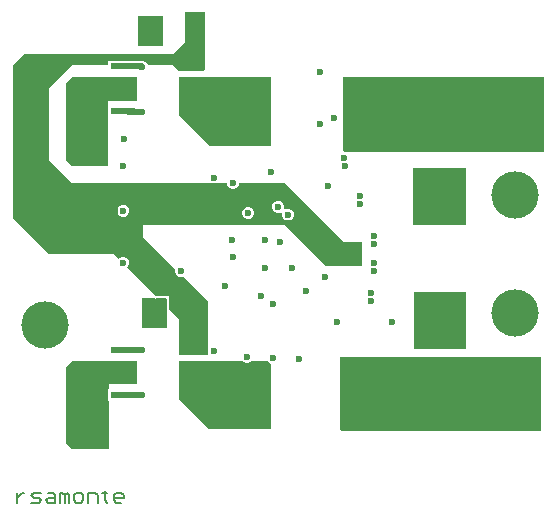
<source format=gtl>
G04*
G04 #@! TF.GenerationSoftware,Altium Limited,Altium Designer,21.9.2 (33)*
G04*
G04 Layer_Physical_Order=1*
G04 Layer_Color=255*
%FSLAX44Y44*%
%MOMM*%
G71*
G04*
G04 #@! TF.SameCoordinates,2C727151-6C43-470A-82D4-EDCCEE28B5AB*
G04*
G04*
G04 #@! TF.FilePolarity,Positive*
G04*
G01*
G75*
%ADD10C,0.2000*%
%ADD12R,2.1000X0.6000*%
%ADD13R,2.5500X3.7500*%
%ADD14R,3.8500X5.5000*%
%ADD15R,0.9000X2.5000*%
%ADD21C,0.5000*%
%ADD22C,4.0000*%
%ADD23C,0.6000*%
G36*
X151384Y425958D02*
X130302D01*
Y451866D01*
X151384D01*
Y425958D01*
D02*
G37*
G36*
X187706Y406654D02*
X186052Y405000D01*
X165000D01*
X160000Y410000D01*
X138998D01*
X138239Y411832D01*
X136832Y413239D01*
X134995Y414000D01*
X133005D01*
X132072Y413613D01*
X130500D01*
Y414050D01*
X105500D01*
Y410000D01*
X75000D01*
X55000Y390000D01*
Y330000D01*
X75000Y310000D01*
X206000D01*
Y309005D01*
X206761Y307168D01*
X208168Y305761D01*
X210005Y305000D01*
X211995D01*
X213832Y305761D01*
X215239Y307168D01*
X216000Y309005D01*
Y310000D01*
X255000D01*
X305000Y260000D01*
X320000D01*
Y240000D01*
X290000D01*
X255000Y275000D01*
X135000D01*
Y265000D01*
X162039Y237961D01*
X161624Y236961D01*
Y234971D01*
X162385Y233134D01*
X163792Y231727D01*
X165629Y230966D01*
X167619D01*
X168619Y231381D01*
X190000Y210000D01*
Y168995D01*
Y165000D01*
X165000D01*
Y195000D01*
X157000Y203000D01*
Y214500D01*
X145500D01*
X121035Y238965D01*
X122239Y240168D01*
X123000Y242005D01*
Y243995D01*
X122239Y245832D01*
X120832Y247239D01*
X118995Y248000D01*
X117005D01*
X115168Y247239D01*
X113965Y246036D01*
X110000Y250000D01*
X55000D01*
X25000Y280000D01*
Y410000D01*
X35000Y420000D01*
X160000D01*
X170000Y430000D01*
Y455000D01*
X187706D01*
Y406654D01*
D02*
G37*
G36*
X243000Y342000D02*
X191000D01*
X165354Y367646D01*
Y400000D01*
X243000D01*
Y342000D01*
D02*
G37*
G36*
X474000Y337000D02*
X305000D01*
X304000Y338000D01*
Y400000D01*
X474000D01*
Y337000D01*
D02*
G37*
G36*
X130000Y379984D02*
X105410D01*
Y324984D01*
X75000D01*
X70000Y329984D01*
Y394984D01*
X75000Y399984D01*
X130000D01*
Y379984D01*
D02*
G37*
G36*
X407924Y274574D02*
X363728D01*
Y322834D01*
X407924D01*
Y274574D01*
D02*
G37*
G36*
X145500Y212461D02*
X154940D01*
Y187452D01*
X133858D01*
Y212598D01*
X144810D01*
X145500Y212461D01*
D02*
G37*
G36*
X408178Y170180D02*
X363982D01*
Y218440D01*
X408178D01*
Y170180D01*
D02*
G37*
G36*
X240761Y159168D02*
X242168Y157761D01*
X243000Y157416D01*
Y102000D01*
X191000D01*
X165100Y127900D01*
Y160000D01*
X218929D01*
X220168Y158761D01*
X222005Y158000D01*
X223995D01*
X225832Y158761D01*
X227071Y160000D01*
X240417D01*
X240761Y159168D01*
D02*
G37*
G36*
X472000Y100000D02*
X303000D01*
X302000Y101000D01*
Y163000D01*
X472000D01*
Y100000D01*
D02*
G37*
G36*
X130000Y140000D02*
X105664D01*
Y135950D01*
X105500D01*
Y125950D01*
X105664D01*
Y85000D01*
X75000D01*
X70000Y90000D01*
Y155000D01*
X75000Y160000D01*
X130000D01*
Y140000D01*
D02*
G37*
%LPC*%
G36*
X119249Y292000D02*
X117259D01*
X115422Y291239D01*
X114015Y289832D01*
X113254Y287995D01*
Y286005D01*
X114015Y284168D01*
X115422Y282761D01*
X117259Y282000D01*
X119249D01*
X121086Y282761D01*
X122493Y284168D01*
X123254Y286005D01*
Y287995D01*
X122493Y289832D01*
X121086Y291239D01*
X119249Y292000D01*
D02*
G37*
G36*
X224995Y290000D02*
X223005D01*
X221168Y289239D01*
X219761Y287832D01*
X219000Y285995D01*
Y284005D01*
X219761Y282168D01*
X221168Y280761D01*
X223005Y280000D01*
X224995D01*
X226832Y280761D01*
X228239Y282168D01*
X229000Y284005D01*
Y285995D01*
X228239Y287832D01*
X226832Y289239D01*
X224995Y290000D01*
D02*
G37*
G36*
X250423Y295322D02*
X248433D01*
X246596Y294561D01*
X245189Y293154D01*
X244428Y291317D01*
Y289327D01*
X245189Y287490D01*
X246596Y286083D01*
X248433Y285322D01*
X250423D01*
X251791Y285889D01*
X252770Y284933D01*
X252650Y284645D01*
Y282655D01*
X253411Y280818D01*
X254818Y279411D01*
X256655Y278650D01*
X258645D01*
X260482Y279411D01*
X261889Y280818D01*
X262650Y282655D01*
Y284645D01*
X261889Y286482D01*
X260482Y287889D01*
X258645Y288650D01*
X256655D01*
X255287Y288083D01*
X254308Y289039D01*
X254428Y289327D01*
Y291317D01*
X253667Y293154D01*
X252260Y294561D01*
X250423Y295322D01*
D02*
G37*
G36*
X385975Y200084D02*
X384804Y199851D01*
X383812Y199188D01*
X382787Y198163D01*
X382124Y197171D01*
X381891Y196000D01*
X382124Y194830D01*
X382787Y193837D01*
X383779Y193174D01*
X384950Y192941D01*
X386120Y193174D01*
X387113Y193837D01*
X388138Y194862D01*
X388801Y195854D01*
X389034Y197025D01*
X388801Y198196D01*
X388138Y199188D01*
X387146Y199851D01*
X385975Y200084D01*
D02*
G37*
%LPD*%
D10*
X384950Y196000D02*
X385975Y197025D01*
X28416Y47843D02*
Y39846D01*
Y43845D01*
X30415Y45844D01*
X32415Y47843D01*
X34414D01*
X40412Y39846D02*
X46410D01*
X48410Y41845D01*
X46410Y43845D01*
X42411D01*
X40412Y45844D01*
X42411Y47843D01*
X48410D01*
X54408D02*
X58406D01*
X60406Y45844D01*
Y39846D01*
X54408D01*
X52408Y41845D01*
X54408Y43845D01*
X60406D01*
X64404Y39846D02*
Y47843D01*
X66404D01*
X68403Y45844D01*
Y39846D01*
Y45844D01*
X70402Y47843D01*
X72402Y45844D01*
Y39846D01*
X78400D02*
X82399D01*
X84398Y41845D01*
Y45844D01*
X82399Y47843D01*
X78400D01*
X76400Y45844D01*
Y41845D01*
X78400Y39846D01*
X88397D02*
Y47843D01*
X94395D01*
X96394Y45844D01*
Y39846D01*
X102392Y49843D02*
Y47843D01*
X100393D01*
X104391D01*
X102392D01*
Y41845D01*
X104391Y39846D01*
X116388D02*
X112389D01*
X110389Y41845D01*
Y45844D01*
X112389Y47843D01*
X116388D01*
X118387Y45844D01*
Y43845D01*
X110389D01*
D12*
X118000Y169050D02*
D03*
Y156350D02*
D03*
Y143650D02*
D03*
Y130950D02*
D03*
X176000Y169050D02*
D03*
Y156350D02*
D03*
Y143650D02*
D03*
Y130950D02*
D03*
Y370950D02*
D03*
Y383650D02*
D03*
Y396350D02*
D03*
Y409050D02*
D03*
X118000Y370950D02*
D03*
Y383650D02*
D03*
Y396350D02*
D03*
Y409050D02*
D03*
D13*
X386000Y197000D02*
D03*
Y143000D02*
D03*
Y356000D02*
D03*
Y302000D02*
D03*
D14*
X223250Y130000D02*
D03*
X322750D02*
D03*
X223250Y370000D02*
D03*
X322750D02*
D03*
D15*
X150500Y200000D02*
D03*
X181494D02*
D03*
X146500Y439000D02*
D03*
X177494D02*
D03*
D21*
X121780Y370900D02*
X134000D01*
X121755Y409025D02*
X133975D01*
X134000Y409000D01*
X121730Y409050D02*
X121755Y409025D01*
Y130925D02*
X133975D01*
X121755Y169025D02*
X133975D01*
D22*
X450000Y140000D02*
D03*
X50000Y300000D02*
D03*
X52000Y190000D02*
D03*
X450000Y300000D02*
D03*
Y360000D02*
D03*
Y200000D02*
D03*
D23*
X104000Y155000D02*
D03*
X249428Y290322D02*
D03*
X90000Y150000D02*
D03*
X75000Y155000D02*
D03*
X95000Y140000D02*
D03*
X75000Y135000D02*
D03*
Y115000D02*
D03*
X85000Y125000D02*
D03*
X96872Y98810D02*
D03*
X75000Y95000D02*
D03*
X85000D02*
D03*
X96872Y118810D02*
D03*
X95000Y110000D02*
D03*
Y350000D02*
D03*
X97634Y359572D02*
D03*
X85000Y335000D02*
D03*
X75000D02*
D03*
X97634Y339572D02*
D03*
X85000Y365000D02*
D03*
X75000Y355000D02*
D03*
Y375000D02*
D03*
X95000Y380000D02*
D03*
X75000Y395000D02*
D03*
X90000Y390000D02*
D03*
X104000Y385000D02*
D03*
X166624Y235966D02*
D03*
X266954Y161290D02*
D03*
X327660Y210820D02*
D03*
Y217170D02*
D03*
X330200Y235966D02*
D03*
Y242316D02*
D03*
X330708Y258826D02*
D03*
Y265176D02*
D03*
X318262Y299212D02*
D03*
Y292862D02*
D03*
X305562Y324612D02*
D03*
X393954Y174752D02*
D03*
X403606Y187452D02*
D03*
Y200660D02*
D03*
X377952Y174752D02*
D03*
X368554Y187706D02*
D03*
X368300Y201676D02*
D03*
X368046Y306070D02*
D03*
X368300Y292100D02*
D03*
X377698Y279146D02*
D03*
X403352Y305054D02*
D03*
Y291846D02*
D03*
X134112Y430276D02*
D03*
Y448310D02*
D03*
X251000Y260000D02*
D03*
X261000Y238000D02*
D03*
X238000D02*
D03*
Y262000D02*
D03*
X391000Y385515D02*
D03*
X305054Y331724D02*
D03*
X377000Y119000D02*
D03*
X204000Y223000D02*
D03*
X273000Y219000D02*
D03*
X314000Y250000D02*
D03*
X235000Y215000D02*
D03*
X393700Y279146D02*
D03*
X299000Y193000D02*
D03*
X284500Y404000D02*
D03*
X211000Y310000D02*
D03*
X291500Y307500D02*
D03*
X193000Y371000D02*
D03*
X191000Y131000D02*
D03*
X104000Y145000D02*
D03*
X134000Y130900D02*
D03*
Y169000D02*
D03*
Y370900D02*
D03*
X138230Y200050D02*
D03*
X134230Y439050D02*
D03*
X104000Y395000D02*
D03*
X134000Y409000D02*
D03*
X243500Y319500D02*
D03*
X346000Y193000D02*
D03*
X245000Y162000D02*
D03*
X223000Y163000D02*
D03*
X118254Y265000D02*
D03*
X296500Y365500D02*
D03*
X285000Y360000D02*
D03*
X118000Y325000D02*
D03*
X119000Y348000D02*
D03*
X118254Y287000D02*
D03*
X118000Y243000D02*
D03*
X195000Y315000D02*
D03*
X224000Y285000D02*
D03*
X257650Y283650D02*
D03*
X289000Y231000D02*
D03*
X245000Y208000D02*
D03*
X195000Y168000D02*
D03*
X211000Y248000D02*
D03*
X210250Y262250D02*
D03*
M02*

</source>
